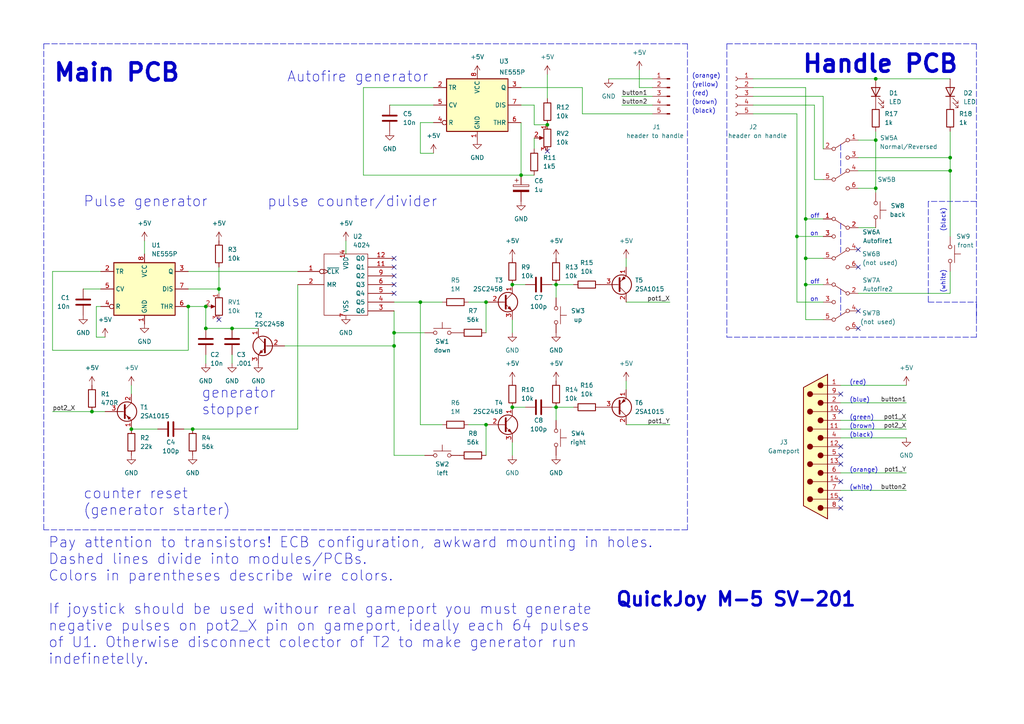
<source format=kicad_sch>
(kicad_sch (version 20211123) (generator eeschema)
  (paper "A4")
  (lib_symbols
    (symbol "4xxx_IEEE:4024" (pin_names (offset 0.762))
      (property "Reference" "U" (at 5.08 11.43 0))
      (property "Value" "4024" (at 10.16 -10.16 0))
      (symbol "4024_0_0"
        (rectangle (start -6.35 10.16) (end 6.35 -7.62))
        (pin power_in line (at 0 10.16 270) (length 0) (name "VDD") (number "14"))
        (pin power_in line (at 0 -7.62 90) (length 0) (name "VSS") (number "7"))
      )
      (symbol "4024_1_1"
        (pin input inverted_clock (at -13.97 5.08 0) (length 7.62) (name "~{CLK}") (number "1"))
        (pin output line (at 13.97 6.35 180) (length 7.62) (name "Q1") (number "11"))
        (pin output line (at 13.97 8.89 180) (length 7.62) (name "Q0") (number "12"))
        (pin input line (at -13.97 1.27 0) (length 7.62) (name "MR") (number "2"))
        (pin output line (at 13.97 -6.35 180) (length 7.62) (name "Q6") (number "3"))
        (pin output line (at 13.97 -3.81 180) (length 7.62) (name "Q5") (number "4"))
        (pin output line (at 13.97 -1.27 180) (length 7.62) (name "Q4") (number "5"))
        (pin output line (at 13.97 1.27 180) (length 7.62) (name "Q3") (number "6"))
        (pin output line (at 13.97 3.81 180) (length 7.62) (name "Q2") (number "9"))
      )
    )
    (symbol "Connector:Conn_01x05_Female" (pin_names (offset 1.016) hide)
      (property "Reference" "J" (at 0 7.62 0))
      (property "Value" "Conn_01x05_Female" (at 0 -7.62 0))
      (symbol "Conn_01x05_Female_1_1"
        (arc (start 0 -4.572) (mid -0.508 -5.08) (end 0 -5.588) (stroke (width 0.1524)))
        (arc (start 0 -2.032) (mid -0.508 -2.54) (end 0 -3.048) (stroke (width 0.1524)))
        (polyline (pts (xy -1.27 -5.08) (xy -0.508 -5.08)) (stroke (width 0.1524)))
        (polyline (pts (xy -1.27 -2.54) (xy -0.508 -2.54)) (stroke (width 0.1524)))
        (polyline (pts (xy -1.27 0) (xy -0.508 0)) (stroke (width 0.1524)))
        (polyline (pts (xy -1.27 2.54) (xy -0.508 2.54)) (stroke (width 0.1524)))
        (polyline (pts (xy -1.27 5.08) (xy -0.508 5.08)) (stroke (width 0.1524)))
        (arc (start 0 0.508) (mid -0.508 0) (end 0 -0.508) (stroke (width 0.1524)))
        (arc (start 0 3.048) (mid -0.508 2.54) (end 0 2.032) (stroke (width 0.1524)))
        (arc (start 0 5.588) (mid -0.508 5.08) (end 0 4.572) (stroke (width 0.1524)))
        (pin passive line (at -5.08 5.08 0) (length 3.81) (name "Pin_1") (number "1"))
        (pin passive line (at -5.08 2.54 0) (length 3.81) (name "Pin_2") (number "2"))
        (pin passive line (at -5.08 0 0) (length 3.81) (name "Pin_3") (number "3"))
        (pin passive line (at -5.08 -2.54 0) (length 3.81) (name "Pin_4") (number "4"))
        (pin passive line (at -5.08 -5.08 0) (length 3.81) (name "Pin_5") (number "5"))
      )
    )
    (symbol "Connector:Conn_01x05_Male" (pin_names (offset 1.016) hide)
      (property "Reference" "J" (at 0 7.62 0))
      (property "Value" "Conn_01x05_Male" (at 0 -7.62 0))
      (symbol "Conn_01x05_Male_1_1"
        (polyline (pts (xy 1.27 -5.08) (xy 0.8636 -5.08)) (stroke (width 0.1524)))
        (polyline (pts (xy 1.27 -2.54) (xy 0.8636 -2.54)) (stroke (width 0.1524)))
        (polyline (pts (xy 1.27 0) (xy 0.8636 0)) (stroke (width 0.1524)))
        (polyline (pts (xy 1.27 2.54) (xy 0.8636 2.54)) (stroke (width 0.1524)))
        (polyline (pts (xy 1.27 5.08) (xy 0.8636 5.08)) (stroke (width 0.1524)))
        (rectangle (start 0.8636 -4.953) (end 0 -5.207) (stroke (width 0.1524)) (fill (type outline)))
        (rectangle (start 0.8636 -2.413) (end 0 -2.667) (stroke (width 0.1524)) (fill (type outline)))
        (rectangle (start 0.8636 0.127) (end 0 -0.127) (stroke (width 0.1524)) (fill (type outline)))
        (rectangle (start 0.8636 2.667) (end 0 2.413) (stroke (width 0.1524)) (fill (type outline)))
        (rectangle (start 0.8636 5.207) (end 0 4.953) (stroke (width 0.1524)) (fill (type outline)))
        (pin passive line (at 5.08 5.08 180) (length 3.81) (name "Pin_1") (number "1"))
        (pin passive line (at 5.08 2.54 180) (length 3.81) (name "Pin_2") (number "2"))
        (pin passive line (at 5.08 0 180) (length 3.81) (name "Pin_3") (number "3"))
        (pin passive line (at 5.08 -2.54 180) (length 3.81) (name "Pin_4") (number "4"))
        (pin passive line (at 5.08 -5.08 180) (length 3.81) (name "Pin_5") (number "5"))
      )
    )
    (symbol "Connector:DB15_Male" (pin_names (offset 1.016) hide)
      (property "Reference" "J" (at 0.508 21.59 0))
      (property "Value" "DB15_Male" (at 0 -22.225 0))
      (symbol "DB15_Male_0_1"
        (circle (center -1.778 -17.78) (radius 0.762) (fill (type outline)))
        (circle (center -1.778 -12.7) (radius 0.762) (fill (type outline)))
        (circle (center -1.778 -7.62) (radius 0.762) (fill (type outline)))
        (circle (center -1.778 -2.54) (radius 0.762) (fill (type outline)))
        (circle (center -1.778 2.54) (radius 0.762) (fill (type outline)))
        (circle (center -1.778 7.62) (radius 0.762) (fill (type outline)))
        (circle (center -1.778 12.7) (radius 0.762) (fill (type outline)))
        (circle (center -1.778 17.78) (radius 0.762) (fill (type outline)))
        (polyline (pts (xy -3.81 -17.78) (xy -2.54 -17.78)))
        (polyline (pts (xy -3.81 -15.24) (xy 0.508 -15.24)))
        (polyline (pts (xy -3.81 -12.7) (xy -2.54 -12.7)))
        (polyline (pts (xy -3.81 -10.16) (xy 0.508 -10.16)))
        (polyline (pts (xy -3.81 -7.62) (xy -2.54 -7.62)))
        (polyline (pts (xy -3.81 -5.08) (xy 0.508 -5.08)))
        (polyline (pts (xy -3.81 -2.54) (xy -2.54 -2.54)))
        (polyline (pts (xy -3.81 0) (xy 0.508 0)))
        (polyline (pts (xy -3.81 2.54) (xy -2.54 2.54)))
        (polyline (pts (xy -3.81 5.08) (xy 0.508 5.08)))
        (polyline (pts (xy -3.81 7.62) (xy -2.54 7.62)))
        (polyline (pts (xy -3.81 10.16) (xy 0.508 10.16)))
        (polyline (pts (xy -3.81 12.7) (xy -2.54 12.7)))
        (polyline (pts (xy -3.81 15.24) (xy 0.508 15.24)))
        (polyline (pts (xy -3.81 17.78) (xy -2.54 17.78)))
        (polyline (pts (xy -3.81 -20.955) (xy 3.175 -17.145) (xy 3.175 17.145) (xy -3.81 20.955) (xy -3.81 -20.955)) (stroke (width 0.254)) (fill (type background)))
        (circle (center 1.27 -15.24) (radius 0.762) (fill (type outline)))
        (circle (center 1.27 -10.16) (radius 0.762) (fill (type outline)))
        (circle (center 1.27 -5.08) (radius 0.762) (fill (type outline)))
        (circle (center 1.27 0) (radius 0.762) (fill (type outline)))
        (circle (center 1.27 5.08) (radius 0.762) (fill (type outline)))
        (circle (center 1.27 10.16) (radius 0.762) (fill (type outline)))
        (circle (center 1.27 15.24) (radius 0.762) (fill (type outline)))
      )
      (symbol "DB15_Male_1_1"
        (pin passive line (at -7.62 -17.78 0) (length 3.81) (name "1") (number "1"))
        (pin passive line (at -7.62 -10.16 0) (length 3.81) (name "P10") (number "10"))
        (pin passive line (at -7.62 -5.08 0) (length 3.81) (name "P111") (number "11"))
        (pin passive line (at -7.62 0 0) (length 3.81) (name "P12") (number "12"))
        (pin passive line (at -7.62 5.08 0) (length 3.81) (name "P13") (number "13"))
        (pin passive line (at -7.62 10.16 0) (length 3.81) (name "P14") (number "14"))
        (pin passive line (at -7.62 15.24 0) (length 3.81) (name "P15") (number "15"))
        (pin passive line (at -7.62 -12.7 0) (length 3.81) (name "2") (number "2"))
        (pin passive line (at -7.62 -7.62 0) (length 3.81) (name "3") (number "3"))
        (pin passive line (at -7.62 -2.54 0) (length 3.81) (name "4") (number "4"))
        (pin passive line (at -7.62 2.54 0) (length 3.81) (name "5") (number "5"))
        (pin passive line (at -7.62 7.62 0) (length 3.81) (name "6") (number "6"))
        (pin passive line (at -7.62 12.7 0) (length 3.81) (name "7") (number "7"))
        (pin passive line (at -7.62 17.78 0) (length 3.81) (name "8") (number "8"))
        (pin passive line (at -7.62 -15.24 0) (length 3.81) (name "P9") (number "9"))
      )
    )
    (symbol "Device:C" (pin_numbers hide) (pin_names (offset 0.254))
      (property "Reference" "C" (at 0.635 2.54 0))
      (property "Value" "C" (at 0.635 -2.54 0))
      (symbol "C_0_1"
        (polyline (pts (xy -2.032 -0.762) (xy 2.032 -0.762)) (stroke (width 0.508)))
        (polyline (pts (xy -2.032 0.762) (xy 2.032 0.762)) (stroke (width 0.508)))
      )
      (symbol "C_1_1"
        (pin passive line (at 0 3.81 270) (length 2.794) (name "~") (number "1"))
        (pin passive line (at 0 -3.81 90) (length 2.794) (name "~") (number "2"))
      )
    )
    (symbol "Device:C_Polarized" (pin_numbers hide) (pin_names (offset 0.254))
      (property "Reference" "C" (at 0.635 2.54 0))
      (property "Value" "C_Polarized" (at 0.635 -2.54 0))
      (symbol "C_Polarized_0_1"
        (rectangle (start -2.286 0.508) (end 2.286 1.016))
        (polyline (pts (xy -1.778 2.286) (xy -0.762 2.286)))
        (polyline (pts (xy -1.27 2.794) (xy -1.27 1.778)))
        (rectangle (start 2.286 -0.508) (end -2.286 -1.016) (fill (type outline)))
      )
      (symbol "C_Polarized_1_1"
        (pin passive line (at 0 3.81 270) (length 2.794) (name "~") (number "1"))
        (pin passive line (at 0 -3.81 90) (length 2.794) (name "~") (number "2"))
      )
    )
    (symbol "Device:LED" (pin_numbers hide) (pin_names (offset 1.016) hide)
      (property "Reference" "D" (at 0 2.54 0))
      (property "Value" "LED" (at 0 -2.54 0))
      (symbol "LED_0_1"
        (polyline (pts (xy -1.27 -1.27) (xy -1.27 1.27)) (stroke (width 0.254)))
        (polyline (pts (xy -1.27 0) (xy 1.27 0)))
        (polyline (pts (xy 1.27 -1.27) (xy 1.27 1.27) (xy -1.27 0) (xy 1.27 -1.27)) (stroke (width 0.254)))
        (polyline (pts (xy -3.048 -0.762) (xy -4.572 -2.286) (xy -3.81 -2.286) (xy -4.572 -2.286) (xy -4.572 -1.524)))
        (polyline (pts (xy -1.778 -0.762) (xy -3.302 -2.286) (xy -2.54 -2.286) (xy -3.302 -2.286) (xy -3.302 -1.524)))
      )
      (symbol "LED_1_1"
        (pin passive line (at -3.81 0 0) (length 2.54) (name "K") (number "1"))
        (pin passive line (at 3.81 0 180) (length 2.54) (name "A") (number "2"))
      )
    )
    (symbol "Device:R" (pin_numbers hide) (pin_names (offset 0))
      (property "Reference" "R" (at 2.032 0 90))
      (property "Value" "R" (at 0 0 90))
      (symbol "R_0_1"
        (rectangle (start -1.016 -2.54) (end 1.016 2.54) (stroke (width 0.254)))
      )
      (symbol "R_1_1"
        (pin passive line (at 0 3.81 270) (length 1.27) (name "~") (number "1"))
        (pin passive line (at 0 -3.81 90) (length 1.27) (name "~") (number "2"))
      )
    )
    (symbol "Device:R_Potentiometer" (pin_names (offset 1.016) hide)
      (property "Reference" "RV" (at -4.445 0 90))
      (property "Value" "R_Potentiometer" (at -2.54 0 90))
      (symbol "R_Potentiometer_0_1"
        (polyline (pts (xy 2.54 0) (xy 1.524 0)))
        (polyline (pts (xy 1.143 0) (xy 2.286 0.508) (xy 2.286 -0.508) (xy 1.143 0)) (fill (type outline)))
        (rectangle (start 1.016 2.54) (end -1.016 -2.54) (stroke (width 0.254)))
      )
      (symbol "R_Potentiometer_1_1"
        (pin passive line (at 0 3.81 270) (length 1.27) (name "1") (number "1"))
        (pin passive line (at 3.81 0 180) (length 1.27) (name "2") (number "2"))
        (pin passive line (at 0 -3.81 90) (length 1.27) (name "3") (number "3"))
      )
    )
    (symbol "Switch:SW_DPDT_x2" (pin_names (offset 0) hide)
      (property "Reference" "SW" (at 0 4.318 0))
      (property "Value" "SW_DPDT_x2" (at 0 -5.08 0))
      (symbol "SW_DPDT_x2_0_0"
        (circle (center -2.032 0) (radius 0.508))
        (circle (center 2.032 -2.54) (radius 0.508))
      )
      (symbol "SW_DPDT_x2_0_1"
        (polyline (pts (xy -1.524 0.254) (xy 1.651 2.286)))
        (circle (center 2.032 2.54) (radius 0.508))
      )
      (symbol "SW_DPDT_x2_1_1"
        (pin passive line (at 5.08 2.54 180) (length 2.54) (name "A") (number "1"))
        (pin passive line (at -5.08 0 0) (length 2.54) (name "B") (number "2"))
        (pin passive line (at 5.08 -2.54 180) (length 2.54) (name "C") (number "3"))
      )
      (symbol "SW_DPDT_x2_2_1"
        (pin passive line (at 5.08 2.54 180) (length 2.54) (name "A") (number "4"))
        (pin passive line (at -5.08 0 0) (length 2.54) (name "B") (number "5"))
        (pin passive line (at 5.08 -2.54 180) (length 2.54) (name "C") (number "6"))
      )
    )
    (symbol "Switch:SW_MEC_5G" (pin_numbers hide) (pin_names (offset 1.016) hide)
      (property "Reference" "SW" (at 1.27 2.54 0))
      (property "Value" "SW_MEC_5G" (at 0 -1.524 0))
      (symbol "SW_MEC_5G_0_1"
        (circle (center -2.032 0) (radius 0.508))
        (polyline (pts (xy 0 1.27) (xy 0 3.048)))
        (polyline (pts (xy 2.54 1.27) (xy -2.54 1.27)))
        (circle (center 2.032 0) (radius 0.508))
        (pin passive line (at -5.08 0 0) (length 2.54) (name "A") (number "1"))
        (pin passive line (at 5.08 0 180) (length 2.54) (name "B") (number "3"))
      )
      (symbol "SW_MEC_5G_1_1"
        (pin passive line (at -5.08 0 0) (length 2.54) hide (name "A") (number "2"))
        (pin passive line (at 5.08 0 180) (length 2.54) hide (name "B") (number "4"))
      )
    )
    (symbol "Timer:NE555P"
      (property "Reference" "U" (at -10.16 8.89 0))
      (property "Value" "NE555P" (at 2.54 8.89 0))
      (symbol "NE555P_0_0"
        (pin power_in line (at 0 -10.16 90) (length 2.54) (name "GND") (number "1"))
        (pin power_in line (at 0 10.16 270) (length 2.54) (name "VCC") (number "8"))
      )
      (symbol "NE555P_0_1"
        (rectangle (start -8.89 -7.62) (end 8.89 7.62) (stroke (width 0.254)) (fill (type background)))
        (rectangle (start -8.89 -7.62) (end 8.89 7.62) (stroke (width 0.254)) (fill (type background)))
      )
      (symbol "NE555P_1_1"
        (pin input line (at -12.7 5.08 0) (length 3.81) (name "TR") (number "2"))
        (pin output line (at 12.7 5.08 180) (length 3.81) (name "Q") (number "3"))
        (pin input inverted (at -12.7 -5.08 0) (length 3.81) (name "R") (number "4"))
        (pin input line (at -12.7 0 0) (length 3.81) (name "CV") (number "5"))
        (pin input line (at 12.7 -5.08 180) (length 3.81) (name "THR") (number "6"))
        (pin input line (at 12.7 0 180) (length 3.81) (name "DIS") (number "7"))
      )
    )
    (symbol "Transistor_BJT:2SA1015" (pin_names (offset 0) hide)
      (property "Reference" "Q" (at 5.08 1.905 0))
      (property "Value" "2SA1015" (at 5.08 0 0))
      (symbol "2SA1015_0_1"
        (polyline (pts (xy 0 0) (xy 0.635 0)))
        (polyline (pts (xy 2.54 -2.54) (xy 0.635 -0.635)))
        (polyline (pts (xy 2.54 2.54) (xy 0.635 0.635)))
        (polyline (pts (xy 0.635 1.905) (xy 0.635 -1.905) (xy 0.635 -1.905)) (stroke (width 0.508)) (fill (type outline)))
        (polyline (pts (xy 1.778 -2.286) (xy 2.286 -1.778) (xy 1.27 -1.27) (xy 1.778 -2.286) (xy 1.778 -2.286)) (fill (type outline)))
        (circle (center 1.27 0) (radius 2.8194) (stroke (width 0.254)))
      )
      (symbol "2SA1015_1_1"
        (pin passive line (at 2.54 -5.08 90) (length 2.54) (name "E") (number "1"))
        (pin passive line (at 2.54 5.08 270) (length 2.54) (name "C") (number "2"))
        (pin input line (at -5.08 0 0) (length 5.08) (name "B") (number "3"))
      )
    )
    (symbol "Transistor_BJT:BC547" (pin_names (offset 0) hide)
      (property "Reference" "Q" (at 5.08 1.905 0))
      (property "Value" "BC547" (at 5.08 0 0))
      (symbol "BC547_0_1"
        (polyline (pts (xy 0 0) (xy 0.635 0)))
        (polyline (pts (xy 0.635 0.635) (xy 2.54 2.54)))
        (polyline (pts (xy 0.635 -0.635) (xy 2.54 -2.54) (xy 2.54 -2.54)))
        (polyline (pts (xy 0.635 1.905) (xy 0.635 -1.905) (xy 0.635 -1.905)) (stroke (width 0.508)))
        (polyline (pts (xy 1.27 -1.778) (xy 1.778 -1.27) (xy 2.286 -2.286) (xy 1.27 -1.778) (xy 1.27 -1.778)) (fill (type outline)))
        (circle (center 1.27 0) (radius 2.8194) (stroke (width 0.254)))
      )
      (symbol "BC547_1_1"
        (pin passive line (at 2.54 5.08 270) (length 2.54) (name "C") (number "1"))
        (pin input line (at -5.08 0 0) (length 5.08) (name "B") (number "2"))
        (pin passive line (at 2.54 -5.08 90) (length 2.54) (name "E") (number "3"))
      )
    )
    (symbol "power:+5V" (power) (pin_names (offset 0))
      (property "Value" "+5V" (at 0 3.556 0))
      (symbol "+5V_0_1"
        (polyline (pts (xy -0.762 1.27) (xy 0 2.54)))
        (polyline (pts (xy 0 0) (xy 0 2.54)))
        (polyline (pts (xy 0 2.54) (xy 0.762 1.27)))
      )
      (symbol "+5V_1_1"
        (pin power_in line (at 0 0 90) (length 0) hide (name "+5V") (number "1"))
      )
    )
    (symbol "power:GND" (power) (pin_names (offset 0))
      (property "Value" "GND" (at 0 -3.81 0))
      (symbol "GND_0_1"
        (polyline (pts (xy 0 0) (xy 0 -1.27) (xy 1.27 -1.27) (xy 0 -2.54) (xy -1.27 -1.27) (xy 0 -1.27)))
      )
      (symbol "GND_1_1"
        (pin power_in line (at 0 0 270) (length 0) hide (name "GND") (number "1"))
      )
    )
  )
  (junction (at 26.67 119.38))
  (junction (at 148.59 82.55))
  (junction (at 59.69 95.25))
  (junction (at 254 54.61))
  (junction (at 140.97 123.19))
  (junction (at 63.5 83.82))
  (junction (at 231.14 68.58))
  (junction (at 67.31 95.25))
  (junction (at 54.61 88.9))
  (junction (at 59.69 88.9))
  (junction (at 275.59 45.72))
  (junction (at 114.3 100.33))
  (junction (at 158.75 36.195))
  (junction (at 161.29 118.11))
  (junction (at 233.68 82.55))
  (junction (at 121.92 87.63))
  (junction (at 114.3 96.52))
  (junction (at 275.59 49.53))
  (junction (at 38.1 124.46))
  (junction (at 151.13 50.8))
  (junction (at 254 22.86))
  (junction (at 55.88 124.46))
  (junction (at 140.97 87.63))
  (junction (at 233.68 63.5))
  (junction (at 233.68 74.93))
  (junction (at 148.59 118.11))
  (junction (at 161.29 82.55))
  (junction (at 254 40.64))
  (no_connect (at 243.84 114.3))
  (no_connect (at 243.84 119.38))
  (no_connect (at 243.84 132.08))
  (no_connect (at 243.84 139.7))
  (no_connect (at 243.84 134.62))
  (no_connect (at 243.84 144.78))
  (no_connect (at 243.84 147.32))
  (no_connect (at 243.84 129.54))
  (no_connect (at 158.75 43.8404))
  (no_connect (at 248.92 90.17))
  (no_connect (at 248.92 95.25))
  (no_connect (at 63.5 92.71))
  (no_connect (at 114.3 85.09))
  (no_connect (at 114.3 74.93))
  (no_connect (at 114.3 77.47))
  (no_connect (at 114.3 82.55))
  (no_connect (at 114.3 80.01))
  (no_connect (at 248.92 77.47))
  (no_connect (at 248.92 72.39))
  (polyline (pts (xy 283.21 87.63) (xy 283.21 97.79)))
  (wire (pts (xy 238.76 27.94) (xy 238.76 43.18)))
  (wire (pts (xy 248.92 49.53) (xy 275.59 49.53)))
  (wire (pts (xy 54.61 83.82) (xy 63.5 83.82)))
  (wire (pts (xy 140.97 87.63) (xy 140.97 96.52)))
  (wire (pts (xy 27.94 97.79) (xy 30.48 97.79)))
  (wire (pts (xy 114.3 87.63) (xy 121.92 87.63)))
  (wire (pts (xy 158.75 21.59) (xy 158.75 28.575)))
  (polyline (pts (xy 243.84 83.82) (xy 243.84 91.44)))
  (wire (pts (xy 218.44 25.4) (xy 233.68 25.4)))
  (wire (pts (xy 161.29 118.11) (xy 161.29 121.92)))
  (wire (pts (xy 55.88 124.46) (xy 53.34 124.46)))
  (wire (pts (xy 180.34 30.48) (xy 189.23 30.48)))
  (wire (pts (xy 161.29 82.55) (xy 161.29 86.36)))
  (wire (pts (xy 154.94 40.005) (xy 154.94 43.18)))
  (wire (pts (xy 168.91 33.02) (xy 168.91 25.4)))
  (wire (pts (xy 86.36 82.55) (xy 86.36 124.46)))
  (wire (pts (xy 185.42 25.4) (xy 189.23 25.4)))
  (wire (pts (xy 181.61 87.63) (xy 194.31 87.63)))
  (wire (pts (xy 148.59 132.08) (xy 148.59 128.27)))
  (polyline (pts (xy 269.24 87.63) (xy 283.21 87.63)))
  (wire (pts (xy 254 40.64) (xy 254 54.61)))
  (wire (pts (xy 123.19 132.08) (xy 114.3 132.08)))
  (wire (pts (xy 243.84 142.24) (xy 262.89 142.24)))
  (wire (pts (xy 135.89 123.19) (xy 140.97 123.19)))
  (wire (pts (xy 15.24 78.74) (xy 15.24 101.6)))
  (wire (pts (xy 275.59 49.53) (xy 275.59 45.72)))
  (wire (pts (xy 181.61 123.19) (xy 194.31 123.19)))
  (wire (pts (xy 275.59 49.53) (xy 275.59 68.58)))
  (wire (pts (xy 181.61 110.49) (xy 181.61 113.03)))
  (wire (pts (xy 29.21 78.74) (xy 15.24 78.74)))
  (wire (pts (xy 54.61 88.9) (xy 59.69 88.9)))
  (wire (pts (xy 275.59 78.74) (xy 275.59 85.09)))
  (wire (pts (xy 233.68 74.93) (xy 233.68 82.55)))
  (wire (pts (xy 59.69 105.41) (xy 59.69 102.87)))
  (wire (pts (xy 27.94 88.9) (xy 29.21 88.9)))
  (wire (pts (xy 26.67 119.38) (xy 30.48 119.38)))
  (polyline (pts (xy 243.84 41.91) (xy 243.84 50.8)))
  (wire (pts (xy 154.94 30.48) (xy 151.13 30.48)))
  (wire (pts (xy 67.31 105.41) (xy 67.31 102.87)))
  (polyline (pts (xy 243.84 64.77) (xy 243.84 73.66)))
  (wire (pts (xy 121.92 87.63) (xy 128.27 87.63)))
  (wire (pts (xy 243.84 137.16) (xy 262.89 137.16)))
  (wire (pts (xy 140.97 123.19) (xy 140.97 132.08)))
  (wire (pts (xy 148.59 82.55) (xy 152.4 82.55)))
  (wire (pts (xy 243.84 111.76) (xy 262.89 111.76)))
  (wire (pts (xy 243.84 116.84) (xy 262.89 116.84)))
  (wire (pts (xy 24.13 83.82) (xy 29.21 83.82)))
  (polyline (pts (xy 12.7 153.67) (xy 12.7 12.7)))
  (wire (pts (xy 176.53 22.86) (xy 189.23 22.86)))
  (wire (pts (xy 15.24 119.38) (xy 26.67 119.38)))
  (wire (pts (xy 238.76 87.63) (xy 231.14 87.63)))
  (wire (pts (xy 233.68 25.4) (xy 233.68 63.5)))
  (wire (pts (xy 114.3 96.52) (xy 123.19 96.52)))
  (wire (pts (xy 105.41 25.4) (xy 105.41 50.8)))
  (wire (pts (xy 231.14 68.58) (xy 238.76 68.58)))
  (wire (pts (xy 161.29 82.55) (xy 166.37 82.55)))
  (wire (pts (xy 125.73 44.45) (xy 121.92 44.45)))
  (wire (pts (xy 158.75 36.195) (xy 154.94 36.195)))
  (wire (pts (xy 154.94 30.48) (xy 154.94 36.195)))
  (polyline (pts (xy 199.39 12.7) (xy 199.39 153.67)))
  (polyline (pts (xy 12.7 12.7) (xy 199.39 12.7)))
  (wire (pts (xy 148.59 118.11) (xy 152.4 118.11)))
  (wire (pts (xy 181.61 74.93) (xy 181.61 77.47)))
  (wire (pts (xy 275.59 38.1) (xy 275.59 45.72)))
  (wire (pts (xy 238.76 74.93) (xy 233.68 74.93)))
  (wire (pts (xy 231.14 33.02) (xy 231.14 68.58)))
  (wire (pts (xy 121.92 35.56) (xy 125.73 35.56)))
  (wire (pts (xy 38.1 124.46) (xy 45.72 124.46)))
  (wire (pts (xy 82.55 100.33) (xy 114.3 100.33)))
  (wire (pts (xy 233.68 74.93) (xy 233.68 63.5)))
  (wire (pts (xy 15.24 101.6) (xy 54.61 101.6)))
  (wire (pts (xy 233.68 63.5) (xy 238.76 63.5)))
  (wire (pts (xy 63.5 77.47) (xy 63.5 83.82)))
  (wire (pts (xy 243.84 127) (xy 262.89 127)))
  (wire (pts (xy 180.34 27.94) (xy 189.23 27.94)))
  (polyline (pts (xy 199.39 153.67) (xy 12.7 153.67)))
  (wire (pts (xy 218.44 27.94) (xy 238.76 27.94)))
  (wire (pts (xy 54.61 101.6) (xy 54.61 88.9)))
  (wire (pts (xy 114.3 96.52) (xy 114.3 90.17)))
  (wire (pts (xy 243.84 124.46) (xy 262.89 124.46)))
  (wire (pts (xy 114.3 132.08) (xy 114.3 100.33)))
  (wire (pts (xy 63.5 83.82) (xy 63.5 85.09)))
  (polyline (pts (xy 283.21 58.42) (xy 283.21 92.71)))
  (polyline (pts (xy 283.21 58.42) (xy 269.24 58.42)))
  (wire (pts (xy 254 38.1) (xy 254 40.64)))
  (wire (pts (xy 248.92 45.72) (xy 275.59 45.72)))
  (wire (pts (xy 121.92 44.45) (xy 121.92 35.56)))
  (wire (pts (xy 189.23 33.02) (xy 168.91 33.02)))
  (wire (pts (xy 105.41 50.8) (xy 151.13 50.8)))
  (wire (pts (xy 125.73 25.4) (xy 105.41 25.4)))
  (wire (pts (xy 254 22.86) (xy 275.59 22.86)))
  (wire (pts (xy 238.76 82.55) (xy 233.68 82.55)))
  (polyline (pts (xy 210.82 12.7) (xy 283.21 12.7)))
  (wire (pts (xy 67.31 95.25) (xy 74.93 95.25)))
  (wire (pts (xy 151.13 25.4) (xy 168.91 25.4)))
  (wire (pts (xy 160.02 118.11) (xy 161.29 118.11)))
  (wire (pts (xy 148.59 96.52) (xy 148.59 92.71)))
  (polyline (pts (xy 269.24 58.42) (xy 269.24 87.63)))
  (wire (pts (xy 231.14 87.63) (xy 231.14 68.58)))
  (polyline (pts (xy 283.21 12.7) (xy 283.21 58.42)))
  (wire (pts (xy 41.91 69.85) (xy 41.91 73.66)))
  (wire (pts (xy 151.13 50.8) (xy 154.94 50.8)))
  (wire (pts (xy 236.22 52.07) (xy 238.76 52.07)))
  (wire (pts (xy 160.02 82.55) (xy 161.29 82.55)))
  (wire (pts (xy 248.92 54.61) (xy 254 54.61)))
  (wire (pts (xy 236.22 30.48) (xy 236.22 52.07)))
  (wire (pts (xy 128.27 123.19) (xy 121.92 123.19)))
  (wire (pts (xy 55.88 124.46) (xy 86.36 124.46)))
  (wire (pts (xy 248.92 85.09) (xy 275.59 85.09)))
  (wire (pts (xy 218.44 22.86) (xy 254 22.86)))
  (wire (pts (xy 218.44 33.02) (xy 231.14 33.02)))
  (wire (pts (xy 59.69 88.9) (xy 59.69 95.25)))
  (wire (pts (xy 135.89 87.63) (xy 140.97 87.63)))
  (wire (pts (xy 151.13 50.8) (xy 151.13 35.56)))
  (wire (pts (xy 113.03 30.48) (xy 125.73 30.48)))
  (wire (pts (xy 27.94 88.9) (xy 27.94 97.79)))
  (wire (pts (xy 248.92 40.64) (xy 254 40.64)))
  (wire (pts (xy 114.3 100.33) (xy 114.3 96.52)))
  (wire (pts (xy 238.76 92.71) (xy 233.68 92.71)))
  (wire (pts (xy 254 54.61) (xy 254 55.88)))
  (wire (pts (xy 121.92 123.19) (xy 121.92 87.63)))
  (polyline (pts (xy 210.82 12.7) (xy 210.82 97.79)))
  (wire (pts (xy 138.43 21.59) (xy 138.43 20.32)))
  (wire (pts (xy 243.84 121.92) (xy 262.89 121.92)))
  (wire (pts (xy 218.44 30.48) (xy 236.22 30.48)))
  (wire (pts (xy 185.42 20.32) (xy 185.42 25.4)))
  (wire (pts (xy 38.1 111.76) (xy 38.1 114.3)))
  (wire (pts (xy 248.92 66.04) (xy 254 66.04)))
  (wire (pts (xy 59.69 95.25) (xy 67.31 95.25)))
  (wire (pts (xy 233.68 92.71) (xy 233.68 82.55)))
  (wire (pts (xy 161.29 118.11) (xy 166.37 118.11)))
  (wire (pts (xy 54.61 78.74) (xy 86.36 78.74)))
  (wire (pts (xy 100.33 69.85) (xy 100.33 73.66)))
  (polyline (pts (xy 283.21 97.79) (xy 210.82 97.79)))
  (text "(white)" (at 246.38 142.24 0) (effects (font (size 1.27 1.27)) (justify left bottom)))
  (text "off" (at 234.95 63.5 0) (effects (font (size 1.27 1.27)) (justify left bottom)))
  (text "(blue)" (at 246.38 116.84 0) (effects (font (size 1.27 1.27)) (justify left bottom)))
  (text "(yellow)" (at 200.66 25.4 0) (effects (font (size 1.27 1.27)) (justify left bottom)))
  (text "(black)" (at 200.66 33.02 0) (effects (font (size 1.27 1.27)) (justify left bottom)))
  (text "off" (at 234.95 82.55 0) (effects (font (size 1.27 1.27)) (justify left bottom)))
  (text "(white)" (at 274.32 85.09 90) (effects (font (size 1.27 1.27)) (justify left bottom)))
  (text "Pay attention to transistors! ECB configuration, awkward mounting in holes.\nDashed lines divide into modules/PCBs.\nColors in parentheses describe wire colors.\n\nIf joystick should be used withour real gameport you must generate\nnegative pulses on pot2_X pin on gameport, ideally each 64 pulses\nof U1. Otherwise disconnect colector of T2 to make generator run \nindefinetelly." (at 13.97 193.04 0) (effects (font (size 3 3)) (justify left bottom)))
  (text "(orange)" (at 200.66 22.86 0) (effects (font (size 1.27 1.27)) (justify left bottom)))
  (text "(brown)" (at 200.66 30.48 0) (effects (font (size 1.27 1.27)) (justify left bottom)))
  (text "pulse counter/divider" (at 77.47 60.325 0) (effects (font (size 3 3)) (justify left bottom)))
  (text "(orange)" (at 246.38 137.16 0) (effects (font (size 1.27 1.27)) (justify left bottom)))
  (text "(black)" (at 246.38 127 0) (effects (font (size 1.27 1.27)) (justify left bottom)))
  (text "Main PCB" (at 15.24 24.13 0) (effects (font (size 5 5) (thickness 1) bold) (justify left bottom)))
  (text "(brown)" (at 246.38 124.46 0) (effects (font (size 1.27 1.27)) (justify left bottom)))
  (text "(green)" (at 246.38 121.92 0) (effects (font (size 1.27 1.27)) (justify left bottom)))
  (text "(red)" (at 200.66 27.94 0) (effects (font (size 1.27 1.27)) (justify left bottom)))
  (text "Pulse generator" (at 24.13 60.325 0) (effects (font (size 3 3)) (justify left bottom)))
  (text "on" (at 234.95 87.63 0) (effects (font (size 1.27 1.27)) (justify left bottom)))
  (text "Handle PCB" (at 232.41 21.59 0) (effects (font (size 5 5) (thickness 1) bold) (justify left bottom)))
  (text "generator\nstopper" (at 58.42 120.65 0) (effects (font (size 3 3)) (justify left bottom)))
  (text "QuickJoy M-5 SV-201" (at 178.3588 176.3268 0) (effects (font (size 4 4) (thickness 0.8) bold) (justify left bottom)))
  (text "Autofire generator" (at 83.185 24.13 0) (effects (font (size 3 3)) (justify left bottom)))
  (text "on" (at 234.95 68.58 0) (effects (font (size 1.27 1.27)) (justify left bottom)))
  (text "(red)" (at 246.38 111.76 0) (effects (font (size 1.27 1.27)) (justify left bottom)))
  (text "(black)" (at 274.32 67.31 90) (effects (font (size 1.27 1.27)) (justify left bottom)))
  (text "counter reset\n(generator starter)" (at 24.13 149.86 0) (effects (font (size 3 3)) (justify left bottom)))
  (label "pot2_X" (at 15.24 119.38 0))
  (label "pot1_X" (at 194.31 87.63 180))
  (label "pot2_X" (at 262.89 124.46 180))
  (label "button2" (at 262.89 142.24 180))
  (label "pot1_Y" (at 194.31 123.19 180))
  (label "button1" (at 180.34 27.94 0))
  (label "pot1_Y" (at 262.89 137.16 180))
  (label "pot1_X" (at 262.89 121.92 180))
  (label "button1" (at 262.89 116.84 180))
  (label "button2" (at 180.34 30.48 0))
  (symbol (lib_id "Switch:SW_MEC_5G") (at 128.27 132.08 0) (unit 1)
    (property "Reference" "SW2" (at 128.27 134.62 0))
    (property "Value" "left" (at 128.27 137.16 0))
    (property "Datasheet" "http://www.apem.com/int/index.php?controller=attachment&id_attachment=488" (effects hide))
  )
  (symbol (lib_id "power:+5V") (at 26.67 111.76 0) (unit 1)
    (property "Reference" "#PWR05" (effects hide))
    (property "Value" "+5V" (at 26.67 106.68 0))
  )
  (symbol (lib_id "Device:C") (at 59.69 99.06 0) (unit 1)
    (property "Reference" "C2" (at 60.96 102.87 0) (effects (justify left)))
    (property "Value" "10n" (at 60.96 105.41 0) (effects (justify left)))
  )
  (symbol (lib_id "Switch:SW_DPDT_x2") (at 243.84 43.18 0) (unit 1)
    (property "Reference" "SW5" (at 257.81 40.005 0))
    (property "Value" "Normal/Reversed" (at 263.525 42.545 0))
  )
  (symbol (lib_id "Device:R") (at 170.18 118.11 270) (unit 1)
    (property "Reference" "R16" (at 170.18 111.76 90))
    (property "Value" "10k" (at 170.18 114.3 90))
  )
  (symbol (lib_id "Device:R") (at 55.88 128.27 0) (unit 1)
    (property "Reference" "R4" (at 58.42 126.9999 0) (effects (justify left)))
    (property "Value" "56k" (at 58.42 129.5399 0) (effects (justify left)))
  )
  (symbol (lib_id "Switch:SW_MEC_5G") (at 128.27 96.52 0) (unit 1)
    (property "Reference" "SW1" (at 128.27 99.06 0))
    (property "Value" "down" (at 128.27 101.6 0))
    (property "Datasheet" "http://www.apem.com/int/index.php?controller=attachment&id_attachment=488" (effects hide))
  )
  (symbol (lib_id "Device:C") (at 156.21 82.55 90) (mirror x) (unit 1)
    (property "Reference" "C7" (at 156.21 86.36 90))
    (property "Value" "100p" (at 156.21 88.9 90))
  )
  (symbol (lib_id "Device:R") (at 170.18 82.55 270) (unit 1)
    (property "Reference" "R15" (at 170.18 76.2 90))
    (property "Value" "10k" (at 170.18 78.74 90))
  )
  (symbol (lib_id "Transistor_BJT:2SA1015") (at 179.07 82.55 0) (mirror x) (unit 1)
    (property "Reference" "T5" (at 184.15 81.2799 0) (effects (justify left)))
    (property "Value" "2SA1015" (at 184.15 83.8199 0) (effects (justify left)))
    (property "Footprint" "Package_TO_SOT_THT:TO-92_Inline" (effects hide))
    (property "Datasheet" "http://www.datasheetcatalog.org/datasheet/toshiba/905.pdf" (effects hide))
  )
  (symbol (lib_id "power:GND") (at 151.13 58.42 0) (unit 1)
    (property "Reference" "#PWR023" (effects hide))
    (property "Value" "GND" (at 151.13 63.5 0))
  )
  (symbol (lib_id "Connector:Conn_01x05_Male") (at 194.31 27.94 0) (mirror y) (unit 1)
    (property "Reference" "J1" (at 189.23 36.83 0) (effects (justify right)))
    (property "Value" "header to handle" (at 181.61 39.37 0) (effects (justify right)))
  )
  (symbol (lib_id "Timer:NE555P") (at 41.91 83.82 0) (unit 1)
    (property "Reference" "U1" (at 43.9294 71.12 0) (effects (justify left)))
    (property "Value" "NE555P" (at 43.9294 73.66 0) (effects (justify left)))
    (property "Footprint" "Package_DIP:DIP-8_W7.62mm" (effects hide))
    (property "Datasheet" "http://www.ti.com/lit/ds/symlink/ne555.pdf" (effects hide))
  )
  (symbol (lib_id "Timer:NE555P") (at 138.43 30.48 0) (unit 1)
    (property "Reference" "U3" (at 144.78 17.78 0) (effects (justify left)))
    (property "Value" "NE555P" (at 144.78 20.955 0) (effects (justify left)))
    (property "Footprint" "Package_DIP:DIP-8_W7.62mm" (effects hide))
    (property "Datasheet" "http://www.ti.com/lit/ds/symlink/ne555.pdf" (effects hide))
  )
  (symbol (lib_id "Transistor_BJT:BC547") (at 77.47 100.33 0) (mirror y) (unit 1)
    (property "Reference" "T2" (at 76.2 91.44 0) (effects (justify left)))
    (property "Value" "2SC2458" (at 82.55 93.98 0) (effects (justify left)))
    (property "Footprint" "Package_TO_SOT_THT:TO-92_Inline" (effects hide))
    (property "Datasheet" "https://www.onsemi.com/pub/Collateral/BC550-D.pdf" (effects hide))
  )
  (symbol (lib_id "Switch:SW_DPDT_x2") (at 243.84 92.71 0) (unit 2)
    (property "Reference" "SW7" (at 252.73 90.805 0))
    (property "Value" "(not used)" (at 254.635 93.345 0))
  )
  (symbol (lib_id "Switch:SW_DPDT_x2") (at 243.84 85.09 0) (mirror y) (unit 1)
    (property "Reference" "SW7" (at 252.73 81.28 0))
    (property "Value" "Autofire2" (at 254.635 83.82 0))
  )
  (symbol (lib_id "Device:C") (at 156.21 118.11 90) (mirror x) (unit 1)
    (property "Reference" "C8" (at 156.21 121.92 90))
    (property "Value" "100p" (at 156.21 124.46 90))
  )
  (symbol (lib_id "Device:R") (at 158.75 32.385 0) (unit 1)
    (property "Reference" "R12" (at 161.29 31.1149 0) (effects (justify left)))
    (property "Value" "10k" (at 161.29 33.6549 0) (effects (justify left)))
  )
  (symbol (lib_id "Device:R") (at 148.59 114.3 180) (unit 1)
    (property "Reference" "R10" (at 151.13 113.0299 0) (effects (justify right)))
    (property "Value" "10k" (at 151.13 115.5699 0) (effects (justify right)))
  )
  (symbol (lib_id "power:+5V") (at 161.29 74.93 0) (unit 1)
    (property "Reference" "#PWR025" (effects hide))
    (property "Value" "+5V" (at 161.29 69.85 0))
  )
  (symbol (lib_id "power:GND") (at 100.33 91.44 0) (unit 1)
    (property "Reference" "#PWR014" (effects hide))
    (property "Value" "GND" (at 100.33 96.52 0))
  )
  (symbol (lib_id "power:+5V") (at 181.61 74.93 0) (unit 1)
    (property "Reference" "#PWR030" (effects hide))
    (property "Value" "+5V" (at 181.61 69.85 0))
  )
  (symbol (lib_id "power:GND") (at 41.91 93.98 0) (unit 1)
    (property "Reference" "#PWR04" (effects hide))
    (property "Value" "GND" (at 41.91 99.06 0))
  )
  (symbol (lib_id "power:GND") (at 148.59 132.08 0) (unit 1)
    (property "Reference" "#PWR022" (effects hide))
    (property "Value" "GND" (at 148.59 137.16 0))
  )
  (symbol (lib_id "Device:LED") (at 254 26.67 90) (unit 1)
    (property "Reference" "D1" (at 257.81 26.9874 90) (effects (justify right)))
    (property "Value" "LED" (at 257.81 29.5274 90) (effects (justify right)))
  )
  (symbol (lib_id "power:GND") (at 38.1 132.08 0) (unit 1)
    (property "Reference" "#PWR08" (effects hide))
    (property "Value" "GND" (at 38.1 137.16 0))
  )
  (symbol (lib_id "power:+5V") (at 161.29 110.49 0) (unit 1)
    (property "Reference" "#PWR027" (effects hide))
    (property "Value" "+5V" (at 161.29 105.41 0))
  )
  (symbol (lib_id "Device:C") (at 67.31 99.06 0) (unit 1)
    (property "Reference" "C3" (at 68.58 102.87 0) (effects (justify left)))
    (property "Value" ".001" (at 68.58 105.41 0) (effects (justify left)))
  )
  (symbol (lib_id "Device:R") (at 137.16 132.08 90) (unit 1)
    (property "Reference" "R8" (at 137.16 125.73 90))
    (property "Value" "56k" (at 137.16 128.27 90))
  )
  (symbol (lib_id "power:+5V") (at 138.43 21.59 0) (unit 1)
    (property "Reference" "#PWR017" (effects hide))
    (property "Value" "+5V" (at 138.43 16.51 0))
  )
  (symbol (lib_id "power:GND") (at 148.59 96.52 0) (unit 1)
    (property "Reference" "#PWR020" (effects hide))
    (property "Value" "GND" (at 148.59 101.6 0))
  )
  (symbol (lib_id "Device:C_Polarized") (at 151.13 54.61 0) (unit 1)
    (property "Reference" "C6" (at 154.94 52.4509 0) (effects (justify left)))
    (property "Value" "1u" (at 154.94 54.9909 0) (effects (justify left)))
  )
  (symbol (lib_id "power:GND") (at 161.29 132.08 0) (unit 1)
    (property "Reference" "#PWR028" (effects hide))
    (property "Value" "GND" (at 161.29 137.16 0))
  )
  (symbol (lib_id "Device:R") (at 154.94 46.99 0) (unit 1)
    (property "Reference" "R11" (at 157.48 45.7199 0) (effects (justify left)))
    (property "Value" "1k5" (at 157.48 48.2599 0) (effects (justify left)))
  )
  (symbol (lib_id "power:GND") (at 59.69 105.41 0) (unit 1)
    (property "Reference" "#PWR06" (effects hide))
    (property "Value" "GND" (at 59.69 110.49 0))
  )
  (symbol (lib_id "Device:R") (at 148.59 78.74 180) (unit 1)
    (property "Reference" "R9" (at 151.13 77.4699 0) (effects (justify right)))
    (property "Value" "10k" (at 151.13 80.0099 0) (effects (justify right)))
  )
  (symbol (lib_id "power:+5V") (at 148.59 110.49 0) (unit 1)
    (property "Reference" "#PWR021" (effects hide))
    (property "Value" "+5V" (at 148.59 105.41 0))
  )
  (symbol (lib_id "Switch:SW_MEC_5G") (at 161.29 91.44 270) (unit 1)
    (property "Reference" "SW3" (at 167.64 90.17 90))
    (property "Value" "up" (at 167.64 92.71 90))
    (property "Datasheet" "http://www.apem.com/int/index.php?controller=attachment&id_attachment=488" (effects hide))
  )
  (symbol (lib_id "Device:C") (at 24.13 87.63 0) (mirror y) (unit 1)
    (property "Reference" "C1" (at 20.32 86.3599 0) (effects (justify left)))
    (property "Value" "10n" (at 20.32 88.8999 0) (effects (justify left)))
  )
  (symbol (lib_id "power:+5V") (at 125.73 44.45 0) (unit 1)
    (property "Reference" "#PWR016" (effects hide))
    (property "Value" "+5V" (at 125.73 39.37 0))
  )
  (symbol (lib_id "Transistor_BJT:BC547") (at 146.05 123.19 0) (unit 1)
    (property "Reference" "T4" (at 143.51 116.84 0) (effects (justify left)))
    (property "Value" "2SC2458" (at 137.16 119.38 0) (effects (justify left)))
    (property "Footprint" "Package_TO_SOT_THT:TO-92_Inline" (effects hide))
    (property "Datasheet" "https://www.onsemi.com/pub/Collateral/BC550-D.pdf" (effects hide))
  )
  (symbol (lib_id "Switch:SW_DPDT_x2") (at 243.84 52.07 0) (unit 2)
    (property "Reference" "SW5" (at 257.175 52.07 0))
    (property "Value" " " (at 243.84 46.99 0))
  )
  (symbol (lib_id "power:+5V") (at 100.33 69.85 0) (unit 1)
    (property "Reference" "#PWR013" (effects hide))
    (property "Value" "+5V" (at 100.33 64.77 0))
  )
  (symbol (lib_id "Device:R") (at 137.16 96.52 90) (unit 1)
    (property "Reference" "R7" (at 137.16 90.17 90))
    (property "Value" "56k" (at 137.16 92.71 90))
  )
  (symbol (lib_id "power:GND") (at 262.89 127 0) (unit 1)
    (property "Reference" "#PWR034" (effects hide))
    (property "Value" "GND" (at 262.89 132.08 0))
  )
  (symbol (lib_id "power:+5V") (at 148.59 74.93 0) (unit 1)
    (property "Reference" "#PWR019" (effects hide))
    (property "Value" "+5V" (at 148.59 69.85 0))
  )
  (symbol (lib_id "power:GND") (at 67.31 105.41 0) (unit 1)
    (property "Reference" "#PWR010" (effects hide))
    (property "Value" "GND" (at 67.31 110.49 0))
  )
  (symbol (lib_id "power:+5V") (at 63.5 69.85 0) (unit 1)
    (property "Reference" "#PWR09" (effects hide))
    (property "Value" "+5V" (at 63.5 64.77 0))
  )
  (symbol (lib_id "Switch:SW_MEC_5G") (at 161.29 127 270) (unit 1)
    (property "Reference" "SW4" (at 167.64 125.73 90))
    (property "Value" "right" (at 167.64 128.27 90))
    (property "Datasheet" "http://www.apem.com/int/index.php?controller=attachment&id_attachment=488" (effects hide))
  )
  (symbol (lib_id "power:+5V") (at 185.42 20.32 0) (unit 1)
    (property "Reference" "#PWR032" (effects hide))
    (property "Value" "+5V" (at 185.42 15.24 0))
  )
  (symbol (lib_id "Device:R") (at 161.29 114.3 180) (unit 1)
    (property "Reference" "R14" (at 163.83 113.0299 0) (effects (justify right)))
    (property "Value" "10k" (at 163.83 115.5699 0) (effects (justify right)))
  )
  (symbol (lib_id "Switch:SW_DPDT_x2") (at 243.84 66.04 0) (mirror y) (unit 1)
    (property "Reference" "SW6" (at 252.73 67.31 0))
    (property "Value" "Autofire1" (at 254.635 69.85 0))
  )
  (symbol (lib_id "Connector:Conn_01x05_Female") (at 213.36 27.94 0) (mirror y) (unit 1)
    (property "Reference" "J2" (at 218.44 36.83 0))
    (property "Value" "header on handle" (at 219.71 39.37 0))
  )
  (symbol (lib_id "Device:LED") (at 275.59 26.67 90) (unit 1)
    (property "Reference" "D2" (at 279.4 26.9874 90) (effects (justify right)))
    (property "Value" "LED" (at 279.4 29.5274 90) (effects (justify right)))
  )
  (symbol (lib_id "Connector:DB15_Male") (at 236.22 129.54 180) (unit 1)
    (property "Reference" "J3" (at 227.33 128.27 0))
    (property "Value" "Gameport" (at 227.33 130.81 0))
    (property "Datasheet" " ~" (effects hide))
  )
  (symbol (lib_id "Device:R") (at 132.08 87.63 90) (unit 1)
    (property "Reference" "R5" (at 132.08 81.28 90))
    (property "Value" "1M" (at 132.08 83.82 90))
  )
  (symbol (lib_id "power:GND") (at 113.03 38.1 0) (unit 1)
    (property "Reference" "#PWR015" (effects hide))
    (property "Value" "GND" (at 113.03 43.18 0))
  )
  (symbol (lib_id "Device:C") (at 113.03 34.29 0) (unit 1)
    (property "Reference" "C5" (at 116.84 33.0199 0) (effects (justify left)))
    (property "Value" "10n" (at 116.84 35.5599 0) (effects (justify left)))
  )
  (symbol (lib_id "Device:R") (at 63.5 73.66 0) (unit 1)
    (property "Reference" "R3" (at 66.04 72.3899 0) (effects (justify left)))
    (property "Value" "10k" (at 66.04 74.9299 0) (effects (justify left)))
  )
  (symbol (lib_id "Switch:SW_MEC_5G") (at 254 60.96 270) (unit 1)
    (property "Reference" "SW8" (at 260.35 59.69 90))
    (property "Value" "back" (at 260.35 62.23 90))
    (property "Datasheet" "http://www.apem.com/int/index.php?controller=attachment&id_attachment=488" (effects hide))
  )
  (symbol (lib_id "power:GND") (at 74.93 105.41 0) (unit 1)
    (property "Reference" "#PWR011" (effects hide))
    (property "Value" "GND" (at 74.93 110.49 0))
  )
  (symbol (lib_id "Switch:SW_DPDT_x2") (at 243.84 74.93 0) (unit 2)
    (property "Reference" "SW6" (at 252.73 73.66 0))
    (property "Value" "(not used)" (at 255.27 76.2 0))
  )
  (symbol (lib_id "Device:R") (at 275.59 34.29 0) (unit 1)
    (property "Reference" "R18" (at 278.13 33.0199 0) (effects (justify left)))
    (property "Value" "1k" (at 278.13 35.5599 0) (effects (justify left)))
  )
  (symbol (lib_id "power:+5V") (at 38.1 111.76 0) (unit 1)
    (property "Reference" "#PWR07" (effects hide))
    (property "Value" "+5V" (at 38.1 106.68 0))
  )
  (symbol (lib_id "power:+5V") (at 158.75 21.59 0) (unit 1)
    (property "Reference" "#PWR024" (effects hide))
    (property "Value" "+5V" (at 158.75 16.51 0))
  )
  (symbol (lib_id "Transistor_BJT:2SA1015") (at 179.07 118.11 0) (mirror x) (unit 1)
    (property "Reference" "T6" (at 184.15 116.8399 0) (effects (justify left)))
    (property "Value" "2SA1015" (at 184.15 119.3799 0) (effects (justify left)))
    (property "Footprint" "Package_TO_SOT_THT:TO-92_Inline" (effects hide))
    (property "Datasheet" "http://www.datasheetcatalog.org/datasheet/toshiba/905.pdf" (effects hide))
  )
  (symbol (lib_id "Device:R") (at 161.29 78.74 180) (unit 1)
    (property "Reference" "R13" (at 163.83 77.4699 0) (effects (justify right)))
    (property "Value" "10k" (at 163.83 80.0099 0) (effects (justify right)))
  )
  (symbol (lib_id "power:GND") (at 138.43 40.64 0) (unit 1)
    (property "Reference" "#PWR018" (effects hide))
    (property "Value" "GND" (at 138.43 45.72 0))
  )
  (symbol (lib_id "power:GND") (at 24.13 91.44 0) (mirror y) (unit 1)
    (property "Reference" "#PWR01" (effects hide))
    (property "Value" "GND" (at 24.13 96.52 0))
  )
  (symbol (lib_id "Device:R") (at 254 34.29 0) (unit 1)
    (property "Reference" "R17" (at 256.54 33.0199 0) (effects (justify left)))
    (property "Value" "1k" (at 256.54 35.5599 0) (effects (justify left)))
  )
  (symbol (lib_id "Device:R_Potentiometer") (at 158.75 40.005 0) (mirror y) (unit 1)
    (property "Reference" "RV2" (at 161.29 38.7349 0) (effects (justify right)))
    (property "Value" "10k" (at 161.29 41.2749 0) (effects (justify right)))
  )
  (symbol (lib_id "Switch:SW_MEC_5G") (at 275.59 73.66 270) (unit 1)
    (property "Reference" "SW9" (at 279.4 68.58 90))
    (property "Value" "front" (at 280.035 71.12 90))
    (property "Datasheet" "http://www.apem.com/int/index.php?controller=attachment&id_attachment=488" (effects hide))
  )
  (symbol (lib_id "Device:R") (at 38.1 128.27 0) (unit 1)
    (property "Reference" "R2" (at 40.64 126.9999 0) (effects (justify left)))
    (property "Value" "22k" (at 40.64 129.5399 0) (effects (justify left)))
  )
  (symbol (lib_id "power:+5V") (at 41.91 69.85 0) (unit 1)
    (property "Reference" "#PWR03" (effects hide))
    (property "Value" "+5V" (at 41.91 64.77 0))
  )
  (symbol (lib_id "Transistor_BJT:BC547") (at 146.05 87.63 0) (unit 1)
    (property "Reference" "T3" (at 143.51 81.28 0) (effects (justify left)))
    (property "Value" "2SC2458" (at 137.16 83.82 0) (effects (justify left)))
    (property "Footprint" "Package_TO_SOT_THT:TO-92_Inline" (effects hide))
    (property "Datasheet" "https://www.onsemi.com/pub/Collateral/BC550-D.pdf" (effects hide))
  )
  (symbol (lib_id "Device:R") (at 132.08 123.19 90) (unit 1)
    (property "Reference" "R6" (at 132.08 116.84 90))
    (property "Value" "1M" (at 132.08 119.38 90))
  )
  (symbol (lib_id "power:+5V") (at 181.61 110.49 0) (unit 1)
    (property "Reference" "#PWR031" (effects hide))
    (property "Value" "+5V" (at 181.61 105.41 0))
  )
  (symbol (lib_id "Device:R_Potentiometer") (at 63.5 88.9 0) (mirror y) (unit 1)
    (property "Reference" "RV1" (at 66.04 87.6299 0) (effects (justify right)))
    (property "Value" "10k" (at 66.04 90.1699 0) (effects (justify right)))
  )
  (symbol (lib_id "Device:R") (at 26.67 115.57 0) (unit 1)
    (property "Reference" "R1" (at 29.21 114.2999 0) (effects (justify left)))
    (property "Value" "470R" (at 29.21 116.8399 0) (effects (justify left)))
  )
  (symbol (lib_id "power:+5V") (at 262.89 111.76 0) (unit 1)
    (property "Reference" "#PWR033" (effects hide))
    (property "Value" "+5V" (at 262.89 106.68 0))
  )
  (symbol (lib_id "power:GND") (at 176.53 22.86 0) (unit 1)
    (property "Reference" "#PWR029" (effects hide))
    (property "Value" "GND" (at 176.53 27.94 0))
  )
  (symbol (lib_id "Transistor_BJT:2SA1015") (at 35.56 119.38 0) (unit 1)
    (property "Reference" "T1" (at 40.64 118.1099 0) (effects (justify left)))
    (property "Value" "2SA1015" (at 40.64 120.6499 0) (effects (justify left)))
    (property "Footprint" "Package_TO_SOT_THT:TO-92_Inline" (effects hide))
    (property "Datasheet" "http://www.datasheetcatalog.org/datasheet/toshiba/905.pdf" (effects hide))
  )
  (symbol (lib_id "power:GND") (at 161.29 96.52 0) (unit 1)
    (property "Reference" "#PWR026" (effects hide))
    (property "Value" "GND" (at 161.29 101.6 0))
  )
  (symbol (lib_id "4xxx_IEEE:4024") (at 100.33 83.82 0) (unit 1)
    (property "Reference" "U2" (at 102.3494 68.58 0) (effects (justify left)))
    (property "Value" "4024" (at 102.3494 71.12 0) (effects (justify left)))
  )
  (symbol (lib_id "power:GND") (at 55.88 132.08 0) (unit 1)
    (property "Reference" "#PWR012" (effects hide))
    (property "Value" "GND" (at 55.88 137.16 0))
  )
  (symbol (lib_id "power:+5V") (at 30.48 97.79 0) (unit 1)
    (property "Reference" "#PWR02" (effects hide))
    (property "Value" "+5V" (at 30.48 92.71 0))
  )
  (symbol (lib_id "Device:C") (at 49.53 124.46 90) (mirror x) (unit 1)
    (property "Reference" "C4" (at 49.53 128.27 90))
    (property "Value" "100p" (at 49.53 130.81 90))
  )
)
</source>
